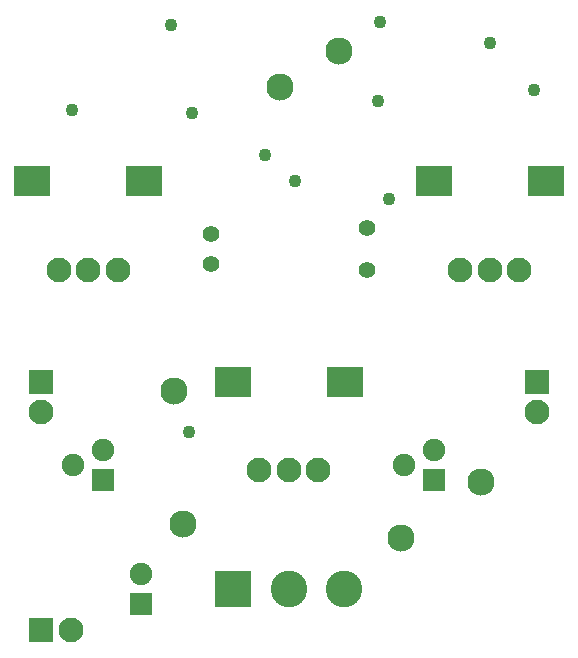
<source format=gbs>
G04*
G04 #@! TF.GenerationSoftware,Altium Limited,Altium Designer,24.2.2 (26)*
G04*
G04 Layer_Color=16711935*
%FSLAX25Y25*%
%MOIN*%
G70*
G04*
G04 #@! TF.SameCoordinates,D69A43C9-FDAF-4BAE-836A-D486D32142D5*
G04*
G04*
G04 #@! TF.FilePolarity,Negative*
G04*
G01*
G75*
%ADD24C,0.09055*%
%ADD25R,0.12205X0.10236*%
%ADD26C,0.08268*%
%ADD27C,0.07480*%
%ADD28R,0.07480X0.07480*%
%ADD29C,0.05512*%
%ADD30C,0.12205*%
%ADD31R,0.12205X0.12205*%
%ADD32R,0.07480X0.07480*%
%ADD33R,0.08268X0.08268*%
%ADD34R,0.08268X0.08268*%
%ADD35C,0.04331*%
D24*
X67913Y284449D02*
D03*
X70866Y240158D02*
D03*
X103347Y385827D02*
D03*
X170276Y253937D02*
D03*
X143701Y235236D02*
D03*
X123031Y397638D02*
D03*
D25*
X58071Y354331D02*
D03*
X20669D02*
D03*
X87598Y287402D02*
D03*
X125000D02*
D03*
X191929Y354331D02*
D03*
X154527D02*
D03*
D26*
X49213Y324803D02*
D03*
X39370D02*
D03*
X29528D02*
D03*
X96457Y257874D02*
D03*
X106299D02*
D03*
X116142D02*
D03*
X183071Y324803D02*
D03*
X173228D02*
D03*
X163386D02*
D03*
X23622Y277402D02*
D03*
X188976D02*
D03*
X33622Y204724D02*
D03*
D27*
X57087Y223504D02*
D03*
X44449Y264843D02*
D03*
X34449Y259842D02*
D03*
X144606D02*
D03*
X154606Y264843D02*
D03*
D28*
X57087Y213504D02*
D03*
D29*
X132299Y324693D02*
D03*
Y338693D02*
D03*
X80299Y326693D02*
D03*
Y336693D02*
D03*
D30*
X124803Y218504D02*
D03*
X106299D02*
D03*
D31*
X87795D02*
D03*
D32*
X44449Y254842D02*
D03*
X154606D02*
D03*
D33*
X23622Y287402D02*
D03*
X188976D02*
D03*
D34*
X23622Y204724D02*
D03*
D35*
X187992Y384842D02*
D03*
X139764Y348425D02*
D03*
X66929Y406496D02*
D03*
X98425Y363189D02*
D03*
X108268Y354331D02*
D03*
X72835Y270669D02*
D03*
X135827Y381102D02*
D03*
X136614Y407480D02*
D03*
X173228Y400394D02*
D03*
X74016Y377165D02*
D03*
X33858Y377953D02*
D03*
M02*

</source>
